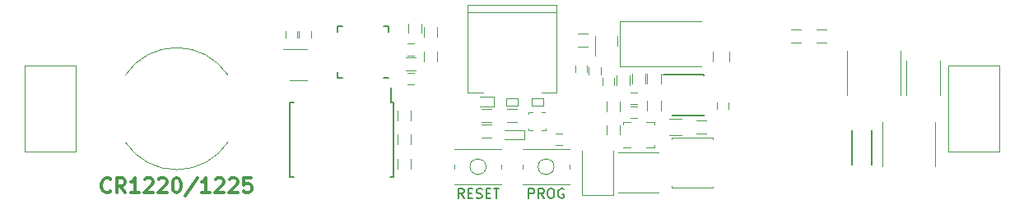
<source format=gbr>
G04 #@! TF.GenerationSoftware,KiCad,Pcbnew,(5.0.0)*
G04 #@! TF.CreationDate,2018-10-02T18:18:03-07:00*
G04 #@! TF.ProjectId,nixie_bottom_board,6E697869655F626F74746F6D5F626F61,rev?*
G04 #@! TF.SameCoordinates,Original*
G04 #@! TF.FileFunction,Legend,Top*
G04 #@! TF.FilePolarity,Positive*
%FSLAX46Y46*%
G04 Gerber Fmt 4.6, Leading zero omitted, Abs format (unit mm)*
G04 Created by KiCad (PCBNEW (5.0.0)) date 10/02/18 18:18:03*
%MOMM*%
%LPD*%
G01*
G04 APERTURE LIST*
%ADD10C,0.300000*%
%ADD11C,0.200000*%
%ADD12C,0.120000*%
%ADD13C,0.150000*%
G04 APERTURE END LIST*
D10*
X108714285Y-108535714D02*
X108642857Y-108607142D01*
X108428571Y-108678571D01*
X108285714Y-108678571D01*
X108071428Y-108607142D01*
X107928571Y-108464285D01*
X107857142Y-108321428D01*
X107785714Y-108035714D01*
X107785714Y-107821428D01*
X107857142Y-107535714D01*
X107928571Y-107392857D01*
X108071428Y-107250000D01*
X108285714Y-107178571D01*
X108428571Y-107178571D01*
X108642857Y-107250000D01*
X108714285Y-107321428D01*
X110214285Y-108678571D02*
X109714285Y-107964285D01*
X109357142Y-108678571D02*
X109357142Y-107178571D01*
X109928571Y-107178571D01*
X110071428Y-107250000D01*
X110142857Y-107321428D01*
X110214285Y-107464285D01*
X110214285Y-107678571D01*
X110142857Y-107821428D01*
X110071428Y-107892857D01*
X109928571Y-107964285D01*
X109357142Y-107964285D01*
X111642857Y-108678571D02*
X110785714Y-108678571D01*
X111214285Y-108678571D02*
X111214285Y-107178571D01*
X111071428Y-107392857D01*
X110928571Y-107535714D01*
X110785714Y-107607142D01*
X112214285Y-107321428D02*
X112285714Y-107250000D01*
X112428571Y-107178571D01*
X112785714Y-107178571D01*
X112928571Y-107250000D01*
X113000000Y-107321428D01*
X113071428Y-107464285D01*
X113071428Y-107607142D01*
X113000000Y-107821428D01*
X112142857Y-108678571D01*
X113071428Y-108678571D01*
X113642857Y-107321428D02*
X113714285Y-107250000D01*
X113857142Y-107178571D01*
X114214285Y-107178571D01*
X114357142Y-107250000D01*
X114428571Y-107321428D01*
X114500000Y-107464285D01*
X114500000Y-107607142D01*
X114428571Y-107821428D01*
X113571428Y-108678571D01*
X114500000Y-108678571D01*
X115428571Y-107178571D02*
X115571428Y-107178571D01*
X115714285Y-107250000D01*
X115785714Y-107321428D01*
X115857142Y-107464285D01*
X115928571Y-107750000D01*
X115928571Y-108107142D01*
X115857142Y-108392857D01*
X115785714Y-108535714D01*
X115714285Y-108607142D01*
X115571428Y-108678571D01*
X115428571Y-108678571D01*
X115285714Y-108607142D01*
X115214285Y-108535714D01*
X115142857Y-108392857D01*
X115071428Y-108107142D01*
X115071428Y-107750000D01*
X115142857Y-107464285D01*
X115214285Y-107321428D01*
X115285714Y-107250000D01*
X115428571Y-107178571D01*
X117642857Y-107107142D02*
X116357142Y-109035714D01*
X118928571Y-108678571D02*
X118071428Y-108678571D01*
X118500000Y-108678571D02*
X118500000Y-107178571D01*
X118357142Y-107392857D01*
X118214285Y-107535714D01*
X118071428Y-107607142D01*
X119500000Y-107321428D02*
X119571428Y-107250000D01*
X119714285Y-107178571D01*
X120071428Y-107178571D01*
X120214285Y-107250000D01*
X120285714Y-107321428D01*
X120357142Y-107464285D01*
X120357142Y-107607142D01*
X120285714Y-107821428D01*
X119428571Y-108678571D01*
X120357142Y-108678571D01*
X120928571Y-107321428D02*
X121000000Y-107250000D01*
X121142857Y-107178571D01*
X121500000Y-107178571D01*
X121642857Y-107250000D01*
X121714285Y-107321428D01*
X121785714Y-107464285D01*
X121785714Y-107607142D01*
X121714285Y-107821428D01*
X120857142Y-108678571D01*
X121785714Y-108678571D01*
X123142857Y-107178571D02*
X122428571Y-107178571D01*
X122357142Y-107892857D01*
X122428571Y-107821428D01*
X122571428Y-107750000D01*
X122928571Y-107750000D01*
X123071428Y-107821428D01*
X123142857Y-107892857D01*
X123214285Y-108035714D01*
X123214285Y-108392857D01*
X123142857Y-108535714D01*
X123071428Y-108607142D01*
X122928571Y-108678571D01*
X122571428Y-108678571D01*
X122428571Y-108607142D01*
X122357142Y-108535714D01*
D11*
X151714285Y-109252380D02*
X151714285Y-108252380D01*
X152095238Y-108252380D01*
X152190476Y-108300000D01*
X152238095Y-108347619D01*
X152285714Y-108442857D01*
X152285714Y-108585714D01*
X152238095Y-108680952D01*
X152190476Y-108728571D01*
X152095238Y-108776190D01*
X151714285Y-108776190D01*
X153285714Y-109252380D02*
X152952380Y-108776190D01*
X152714285Y-109252380D02*
X152714285Y-108252380D01*
X153095238Y-108252380D01*
X153190476Y-108300000D01*
X153238095Y-108347619D01*
X153285714Y-108442857D01*
X153285714Y-108585714D01*
X153238095Y-108680952D01*
X153190476Y-108728571D01*
X153095238Y-108776190D01*
X152714285Y-108776190D01*
X153904761Y-108252380D02*
X154095238Y-108252380D01*
X154190476Y-108300000D01*
X154285714Y-108395238D01*
X154333333Y-108585714D01*
X154333333Y-108919047D01*
X154285714Y-109109523D01*
X154190476Y-109204761D01*
X154095238Y-109252380D01*
X153904761Y-109252380D01*
X153809523Y-109204761D01*
X153714285Y-109109523D01*
X153666666Y-108919047D01*
X153666666Y-108585714D01*
X153714285Y-108395238D01*
X153809523Y-108300000D01*
X153904761Y-108252380D01*
X155285714Y-108300000D02*
X155190476Y-108252380D01*
X155047619Y-108252380D01*
X154904761Y-108300000D01*
X154809523Y-108395238D01*
X154761904Y-108490476D01*
X154714285Y-108680952D01*
X154714285Y-108823809D01*
X154761904Y-109014285D01*
X154809523Y-109109523D01*
X154904761Y-109204761D01*
X155047619Y-109252380D01*
X155142857Y-109252380D01*
X155285714Y-109204761D01*
X155333333Y-109157142D01*
X155333333Y-108823809D01*
X155142857Y-108823809D01*
X145047619Y-109252380D02*
X144714285Y-108776190D01*
X144476190Y-109252380D02*
X144476190Y-108252380D01*
X144857142Y-108252380D01*
X144952380Y-108300000D01*
X145000000Y-108347619D01*
X145047619Y-108442857D01*
X145047619Y-108585714D01*
X145000000Y-108680952D01*
X144952380Y-108728571D01*
X144857142Y-108776190D01*
X144476190Y-108776190D01*
X145476190Y-108728571D02*
X145809523Y-108728571D01*
X145952380Y-109252380D02*
X145476190Y-109252380D01*
X145476190Y-108252380D01*
X145952380Y-108252380D01*
X146333333Y-109204761D02*
X146476190Y-109252380D01*
X146714285Y-109252380D01*
X146809523Y-109204761D01*
X146857142Y-109157142D01*
X146904761Y-109061904D01*
X146904761Y-108966666D01*
X146857142Y-108871428D01*
X146809523Y-108823809D01*
X146714285Y-108776190D01*
X146523809Y-108728571D01*
X146428571Y-108680952D01*
X146380952Y-108633333D01*
X146333333Y-108538095D01*
X146333333Y-108442857D01*
X146380952Y-108347619D01*
X146428571Y-108300000D01*
X146523809Y-108252380D01*
X146761904Y-108252380D01*
X146904761Y-108300000D01*
X147333333Y-108728571D02*
X147666666Y-108728571D01*
X147809523Y-109252380D02*
X147333333Y-109252380D01*
X147333333Y-108252380D01*
X147809523Y-108252380D01*
X148095238Y-108252380D02*
X148666666Y-108252380D01*
X148380952Y-109252380D02*
X148380952Y-108252380D01*
D12*
G04 #@! TO.C,R20*
X181300000Y-91820000D02*
X182300000Y-91820000D01*
X182300000Y-93180000D02*
X181300000Y-93180000D01*
G04 #@! TO.C,R21*
X178700000Y-91820000D02*
X179700000Y-91820000D01*
X179700000Y-93180000D02*
X178700000Y-93180000D01*
D13*
G04 #@! TO.C,U2*
X132025000Y-96775000D02*
X132550000Y-96775000D01*
X132025000Y-91525000D02*
X132550000Y-91525000D01*
X137275000Y-91525000D02*
X136750000Y-91525000D01*
X137275000Y-96775000D02*
X136750000Y-96775000D01*
X132025000Y-91525000D02*
X132025000Y-92050000D01*
X137275000Y-91525000D02*
X137275000Y-92050000D01*
X132025000Y-96775000D02*
X132025000Y-96250000D01*
D12*
G04 #@! TO.C,L1*
X165100000Y-108700000D02*
X160900000Y-108700000D01*
X165100000Y-104500000D02*
X160900000Y-104500000D01*
G04 #@! TO.C,C17*
X157700000Y-95550000D02*
X157700000Y-96250000D01*
X156500000Y-96250000D02*
X156500000Y-95550000D01*
G04 #@! TO.C,BT1*
X120773104Y-103465092D02*
G75*
G02X110250000Y-103499999I-5273104J3465092D01*
G01*
X110226896Y-96534908D02*
G75*
G02X120750000Y-96500001I5273104J-3465092D01*
G01*
G04 #@! TO.C,D5*
X151300000Y-103200000D02*
X149200000Y-103200000D01*
X151300000Y-102200000D02*
X149200000Y-102200000D01*
X151300000Y-103200000D02*
X151300000Y-102200000D01*
G04 #@! TO.C,R13*
X146900000Y-101620000D02*
X147900000Y-101620000D01*
X147900000Y-102980000D02*
X146900000Y-102980000D01*
G04 #@! TO.C,J1*
X154600000Y-90010000D02*
X145400000Y-90010000D01*
X154600000Y-89310000D02*
X145400000Y-89310000D01*
X154600000Y-98300000D02*
X153000000Y-98300000D01*
X154600000Y-98300000D02*
X154600000Y-89310000D01*
X145400000Y-98300000D02*
X145400000Y-89310000D01*
X147000000Y-98300000D02*
X145400000Y-98300000D01*
G04 #@! TO.C,C12*
X139250000Y-96300000D02*
X139950000Y-96300000D01*
X139950000Y-97500000D02*
X139250000Y-97500000D01*
G04 #@! TO.C,C13*
X139950000Y-94500000D02*
X139250000Y-94500000D01*
X139250000Y-93300000D02*
X139950000Y-93300000D01*
D13*
G04 #@! TO.C,U4*
X137825000Y-99325000D02*
X137550000Y-99325000D01*
X137825000Y-107075000D02*
X137470000Y-107075000D01*
X127175000Y-107075000D02*
X127530000Y-107075000D01*
X127175000Y-99325000D02*
X127530000Y-99325000D01*
X137825000Y-99325000D02*
X137825000Y-107075000D01*
X127175000Y-99325000D02*
X127175000Y-107075000D01*
X137550000Y-99325000D02*
X137550000Y-97800000D01*
D12*
G04 #@! TO.C,R1*
X150500000Y-101380000D02*
X149500000Y-101380000D01*
X149500000Y-100020000D02*
X150500000Y-100020000D01*
G04 #@! TO.C,J4*
X99900000Y-104450000D02*
X99900000Y-95550000D01*
X105100000Y-104450000D02*
X99900000Y-104450000D01*
X105100000Y-95550000D02*
X105100000Y-104450000D01*
X99900000Y-95550000D02*
X105100000Y-95550000D01*
G04 #@! TO.C,J3*
X194900000Y-104450000D02*
X194900000Y-95550000D01*
X200100000Y-104450000D02*
X194900000Y-104450000D01*
X200100000Y-95550000D02*
X200100000Y-104450000D01*
X194900000Y-95550000D02*
X200100000Y-95550000D01*
G04 #@! TO.C,U1*
X153050000Y-100400000D02*
X153400000Y-100400000D01*
X151700000Y-100400000D02*
X152150000Y-100400000D01*
X151700000Y-100500000D02*
X151700000Y-100400000D01*
X151700000Y-102200000D02*
X151700000Y-102100000D01*
X152150000Y-102200000D02*
X151700000Y-102200000D01*
X153500000Y-102200000D02*
X153050000Y-102200000D01*
X153500000Y-102100000D02*
X153500000Y-102200000D01*
G04 #@! TO.C,U3*
X162200000Y-104050000D02*
X161400000Y-104050000D01*
X161400000Y-101350000D02*
X161400000Y-101650000D01*
X162200000Y-101350000D02*
X161400000Y-101350000D01*
X164600000Y-104050000D02*
X163800000Y-104050000D01*
X164600000Y-103750000D02*
X164600000Y-104050000D01*
X164600000Y-101350000D02*
X163800000Y-101350000D01*
X164600000Y-101650000D02*
X164600000Y-101350000D01*
G04 #@! TO.C,SW1*
X148900000Y-105800000D02*
X148900000Y-106200000D01*
X144100000Y-105800000D02*
X144100000Y-106200000D01*
X148900000Y-107800000D02*
X144100000Y-107800000D01*
X144100000Y-104200000D02*
X148900000Y-104200000D01*
X147324621Y-106000000D02*
G75*
G03X147324621Y-106000000I-824621J0D01*
G01*
G04 #@! TO.C,SW2*
X155900000Y-105800000D02*
X155900000Y-106200000D01*
X151100000Y-105800000D02*
X151100000Y-106200000D01*
X155900000Y-107800000D02*
X151100000Y-107800000D01*
X151100000Y-104200000D02*
X155900000Y-104200000D01*
X154324621Y-106000000D02*
G75*
G03X154324621Y-106000000I-824621J0D01*
G01*
G04 #@! TO.C,D2*
X153200000Y-98900000D02*
X153200000Y-99700000D01*
X152000000Y-98900000D02*
X153200000Y-98900000D01*
X152000000Y-99700000D02*
X152000000Y-98900000D01*
X153200000Y-99700000D02*
X152000000Y-99700000D01*
G04 #@! TO.C,D3*
X149400000Y-99700000D02*
X149400000Y-98900000D01*
X150600000Y-99700000D02*
X149400000Y-99700000D01*
X150600000Y-98900000D02*
X150600000Y-99700000D01*
X149400000Y-98900000D02*
X150600000Y-98900000D01*
G04 #@! TO.C,D1*
X148100000Y-98800000D02*
X146700000Y-98800000D01*
X148100000Y-99800000D02*
X148100000Y-98800000D01*
X146700000Y-99800000D02*
X148100000Y-99800000D01*
G04 #@! TO.C,C16*
X127900000Y-91950000D02*
X127900000Y-92650000D01*
X126700000Y-92650000D02*
X126700000Y-91950000D01*
G04 #@! TO.C,R3*
X147900000Y-101380000D02*
X146900000Y-101380000D01*
X146900000Y-100020000D02*
X147900000Y-100020000D01*
G04 #@! TO.C,C3*
X162850000Y-101000000D02*
X162150000Y-101000000D01*
X162150000Y-99800000D02*
X162850000Y-99800000D01*
G04 #@! TO.C,C1*
X161075000Y-90950000D02*
X169475000Y-90950000D01*
X161075000Y-95650000D02*
X169475000Y-95650000D01*
X161075000Y-90950000D02*
X161075000Y-95650000D01*
G04 #@! TO.C,C11*
X157150000Y-108900000D02*
X160450000Y-108900000D01*
X160450000Y-108900000D02*
X160450000Y-104350000D01*
X157150000Y-108900000D02*
X157150000Y-104350000D01*
G04 #@! TO.C,Q1*
X166385000Y-103000000D02*
X166385000Y-103200000D01*
X170685000Y-103000000D02*
X166385000Y-103000000D01*
X170685000Y-103150000D02*
X170685000Y-103000000D01*
X170685000Y-108200000D02*
X170685000Y-108050000D01*
X166385000Y-108200000D02*
X170685000Y-108200000D01*
X166385000Y-108000000D02*
X166385000Y-108200000D01*
G04 #@! TO.C,C15*
X129300000Y-91950000D02*
X129300000Y-92650000D01*
X128100000Y-92650000D02*
X128100000Y-91950000D01*
G04 #@! TO.C,C14*
X155150000Y-103800000D02*
X154450000Y-103800000D01*
X154450000Y-102600000D02*
X155150000Y-102600000D01*
G04 #@! TO.C,C2*
X159100000Y-95750000D02*
X159100000Y-96450000D01*
X157900000Y-96450000D02*
X157900000Y-95750000D01*
G04 #@! TO.C,C6*
X162850000Y-99500000D02*
X162150000Y-99500000D01*
X162150000Y-98300000D02*
X162850000Y-98300000D01*
G04 #@! TO.C,C4*
X170650000Y-94100000D02*
X170650000Y-95100000D01*
X172350000Y-95100000D02*
X172350000Y-94100000D01*
G04 #@! TO.C,C9*
X190570000Y-95000000D02*
X190570000Y-98600000D01*
X194030000Y-98600000D02*
X194030000Y-95000000D01*
G04 #@! TO.C,C8*
X193530000Y-106000000D02*
X193530000Y-101400000D01*
X188070000Y-101400000D02*
X188070000Y-106000000D01*
G04 #@! TO.C,R19*
X139580000Y-100200000D02*
X139580000Y-101200000D01*
X138220000Y-101200000D02*
X138220000Y-100200000D01*
G04 #@! TO.C,R18*
X139100000Y-94720000D02*
X140100000Y-94720000D01*
X140100000Y-96080000D02*
X139100000Y-96080000D01*
G04 #@! TO.C,R17*
X159720000Y-100300000D02*
X159720000Y-99300000D01*
X161080000Y-99300000D02*
X161080000Y-100300000D01*
G04 #@! TO.C,R16*
X159720000Y-102700000D02*
X159720000Y-101700000D01*
X161080000Y-101700000D02*
X161080000Y-102700000D01*
G04 #@! TO.C,C5*
X160500000Y-96850000D02*
X160500000Y-97550000D01*
X159300000Y-97550000D02*
X159300000Y-96850000D01*
G04 #@! TO.C,C7*
X171100000Y-100050000D02*
X171100000Y-99350000D01*
X172300000Y-99350000D02*
X172300000Y-100050000D01*
G04 #@! TO.C,R9*
X162320000Y-97400000D02*
X162320000Y-96400000D01*
X163680000Y-96400000D02*
X163680000Y-97400000D01*
G04 #@! TO.C,R6*
X165280000Y-99200000D02*
X165280000Y-100200000D01*
X163920000Y-100200000D02*
X163920000Y-99200000D01*
G04 #@! TO.C,R7*
X160720000Y-97600000D02*
X160720000Y-96600000D01*
X162080000Y-96600000D02*
X162080000Y-97600000D01*
G04 #@! TO.C,R5*
X138220000Y-106200000D02*
X138220000Y-105200000D01*
X139580000Y-105200000D02*
X139580000Y-106200000D01*
G04 #@! TO.C,R2*
X142280000Y-94100000D02*
X142280000Y-95100000D01*
X140920000Y-95100000D02*
X140920000Y-94100000D01*
G04 #@! TO.C,R8*
X170000000Y-102580000D02*
X169000000Y-102580000D01*
X169000000Y-101220000D02*
X170000000Y-101220000D01*
G04 #@! TO.C,R10*
X165280000Y-96400000D02*
X165280000Y-97400000D01*
X163920000Y-97400000D02*
X163920000Y-96400000D01*
G04 #@! TO.C,C10*
X189930000Y-98600000D02*
X189930000Y-94000000D01*
X184470000Y-94000000D02*
X184470000Y-98600000D01*
G04 #@! TO.C,R4*
X139580000Y-102700000D02*
X139580000Y-103700000D01*
X138220000Y-103700000D02*
X138220000Y-102700000D01*
G04 #@! TO.C,R11*
X166200000Y-101020000D02*
X167400000Y-101020000D01*
X167400000Y-102780000D02*
X166200000Y-102780000D01*
G04 #@! TO.C,U5*
X127100000Y-97110000D02*
X128900000Y-97110000D01*
X128900000Y-93890000D02*
X126450000Y-93890000D01*
D13*
G04 #@! TO.C,U6*
X166475000Y-96475000D02*
X165550000Y-96475000D01*
X166475000Y-100725000D02*
X169725000Y-100725000D01*
X166475000Y-96475000D02*
X169725000Y-96475000D01*
X166475000Y-100725000D02*
X166475000Y-100660000D01*
X169725000Y-100725000D02*
X169725000Y-100660000D01*
X169725000Y-96475000D02*
X169725000Y-96540000D01*
G04 #@! TO.C,D4*
X187000000Y-105800000D02*
X187000000Y-102200000D01*
X185000000Y-105800000D02*
X185000000Y-102200000D01*
D12*
G04 #@! TO.C,R12*
X142280000Y-91600000D02*
X142280000Y-92600000D01*
X140920000Y-92600000D02*
X140920000Y-91600000D01*
G04 #@! TO.C,R14*
X157800000Y-93580000D02*
X156800000Y-93580000D01*
X156800000Y-92220000D02*
X157800000Y-92220000D01*
G04 #@! TO.C,R15*
X140680000Y-91200000D02*
X140680000Y-92200000D01*
X139320000Y-92200000D02*
X139320000Y-91200000D01*
G04 #@! TO.C,U7*
X158580000Y-94500000D02*
X158580000Y-92500000D01*
X160820000Y-92500000D02*
X160820000Y-93500000D01*
G04 #@! TD*
M02*

</source>
